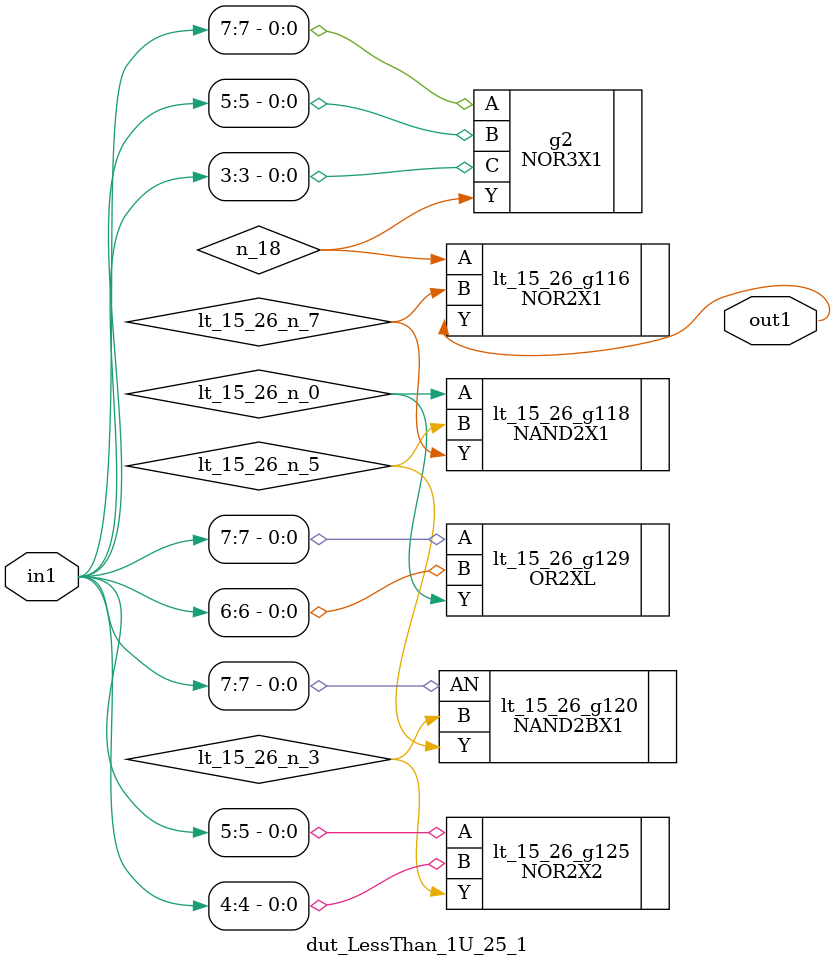
<source format=v>
`timescale 1ps / 1ps


module dut_LessThan_1U_25_1(in1, out1);
  input [7:0] in1;
  output out1;
  wire [7:0] in1;
  wire out1;
  wire lt_15_26_n_0, lt_15_26_n_3, lt_15_26_n_5, lt_15_26_n_7, n_18;
  NOR2X1 lt_15_26_g116(.A (n_18), .B (lt_15_26_n_7), .Y (out1));
  NAND2X1 lt_15_26_g118(.A (lt_15_26_n_0), .B (lt_15_26_n_5), .Y
       (lt_15_26_n_7));
  NAND2BX1 lt_15_26_g120(.AN (in1[7]), .B (lt_15_26_n_3), .Y
       (lt_15_26_n_5));
  NOR2X2 lt_15_26_g125(.A (in1[5]), .B (in1[4]), .Y (lt_15_26_n_3));
  OR2XL lt_15_26_g129(.A (in1[7]), .B (in1[6]), .Y (lt_15_26_n_0));
  NOR3X1 g2(.A (in1[7]), .B (in1[5]), .C (in1[3]), .Y (n_18));
endmodule



</source>
